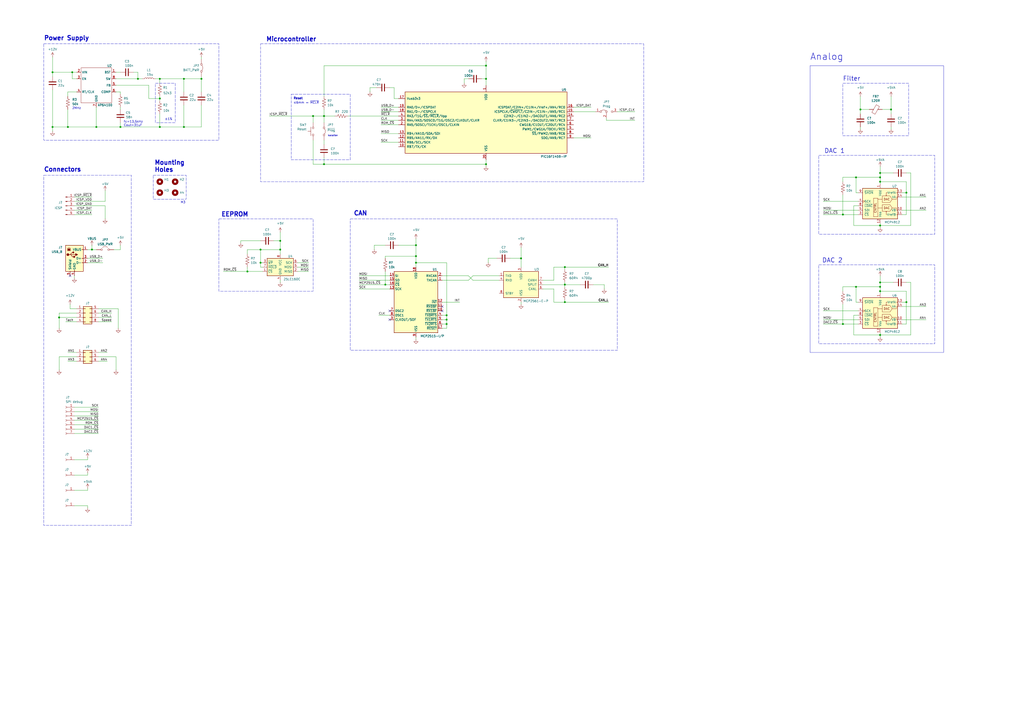
<source format=kicad_sch>
(kicad_sch (version 20250114) (generator "eeschema") (generator_version "9.0")
  (paper "A2")
  (rectangle (start 488.95 48.26) (end 527.05 78.74) (stroke (width 0) (type dash)))
  (rectangle (start 25.4 25.4) (end 127 81.28) (stroke (width 0) (type dash)))
  (rectangle (start 127 127) (end 181.61 168.91) (stroke (width 0) (type dash)))
  (rectangle (start 88.9 101.5999) (end 107.95 115.5699) (stroke (width 0) (type dash)))
  (rectangle (start 90.17 48.26) (end 101.6 71.12) (stroke (width 0) (type dash)))
  (rectangle (start 168.91 54.61) (end 203.2 92.71) (stroke (width 0) (type dash)))
  (rectangle (start 474.98 153.67) (end 542.29 199.39) (stroke (width 0) (type dash)))
  (rectangle (start 203.2 127) (end 358.14 203.2) (stroke (width 0) (type dash)))
  (rectangle (start 25.4 101.6) (end 76.2 304.8) (stroke (width 0) (type dash)))
  (rectangle (start 474.98 90.17) (end 542.29 135.89) (stroke (width 0) (type dash)))
  (rectangle (start 151.13 25.4) (end 373.38 105.41) (stroke (width 0) (type dash)))
  (rectangle (start 469.9 38.1) (end 547.37 204.47))
  (text "Connectors" (at 25.4 98.425 0) (effects (font (size 2.54 2.54) (thickness 0.508) (bold yes)) (justify left)))
  (text "Power Supply" (at 25.4 22.225 0) (effects (font (size 2.54 2.54) (thickness 0.508) (bold yes)) (justify left)))
  (text "CAN" (at 205.105 123.825 0) (effects (font (size 2.54 2.54) (thickness 0.508) (bold yes)) (justify left)))
  (text "2MHz\n" (at 44.45 62.865 0) (effects (font (size 1.27 1.27))))
  (text "±1%" (at 97.79 69.215 0) (effects (font (size 1.27 1.27))))
  (text "Reset" (at 170.18 57.15 0) (effects (font (size 1.27 1.27) (thickness 0.254) (bold yes)) (justify left)))
  (text "fc=13.5kHz\nCout=31uF" (at 71.755 71.755 0) (effects (font (size 1.27 1.27)) (justify left)))
  (text "Mounting\nHoles" (at 89.535 96.5199 0) (effects (font (size 2.54 2.54) (thickness 0.508) (bold yes)) (justify left)))
  (text "Filter\n" (at 494.03 45.72 0) (effects (font (size 2.54 2.54) (thickness 0.254) (bold yes))))
  (text "M3\n" (at 104.775 117.4749 0) (effects (font (size 1.27 1.27)) (justify left)))
  (text "EEPROM" (at 128.27 124.46 0) (effects (font (size 2.54 2.54) (thickness 0.508) (bold yes)) (justify left)))
  (text "≤6mm ↔ ~{MCLR}" (at 170.18 59.69 0) (effects (font (size 1.27 1.27)) (justify left)))
  (text "DAC 1" (at 478.155 87.63 0) (effects (font (size 2.54 2.54) (thickness 0.254) (bold yes)) (justify left)))
  (text "Microcontroller" (at 154.305 22.86 0) (effects (font (size 2.54 2.54) (thickness 0.508) (bold yes)) (justify left)))
  (text "Analog" (at 469.9 33.02 0) (effects (font (size 3.81 3.81) (thickness 0.254) (bold yes)) (justify left)))
  (text "Isolation" (at 193.04 78.74 0) (effects (font (size 0.889 0.889))))
  (text "DAC 2" (at 476.885 151.13 0) (effects (font (size 2.54 2.54) (thickness 0.254) (bold yes)) (justify left)))
  (junction (at 510.54 166.37))
  (junction (at 106.68 45.72))
  (junction (at 510.54 168.91))
  (junction (at 162.56 144.78))
  (junction (at 510.54 100.33))
  (junction (at 55.88 73.66))
  (junction (at 39.37 73.66))
  (junction (at 106.68 73.66))
  (junction (at 259.08 185.42))
  (junction (at 499.11 63.5))
  (junction (at 34.29 184.15))
  (junction (at 496.57 166.37))
  (junction (at 162.56 139.7))
  (junction (at 525.78 111.76))
  (junction (at 488.95 187.96))
  (junction (at 92.71 73.66))
  (junction (at 281.94 38.1))
  (junction (at 116.84 45.72))
  (junction (at 259.08 182.88))
  (junction (at 327.66 165.1))
  (junction (at 281.94 45.72))
  (junction (at 53.34 144.78))
  (junction (at 488.95 124.46))
  (junction (at 510.54 130.81))
  (junction (at 281.94 95.25))
  (junction (at 30.48 41.91))
  (junction (at 241.3 142.24))
  (junction (at 516.89 63.5))
  (junction (at 80.01 45.72))
  (junction (at 187.96 67.31))
  (junction (at 510.54 102.87))
  (junction (at 510.54 194.31))
  (junction (at 92.71 57.15))
  (junction (at 525.78 175.26))
  (junction (at 30.48 73.66))
  (junction (at 92.71 45.72))
  (junction (at 241.3 152.4))
  (junction (at 327.66 175.26))
  (junction (at 302.26 149.86))
  (junction (at 327.66 154.94))
  (junction (at 151.13 152.4))
  (junction (at 41.91 41.91))
  (junction (at 510.54 163.83))
  (junction (at 143.51 157.48))
  (junction (at 241.3 148.59))
  (junction (at 496.57 102.87))
  (junction (at 223.52 165.1))
  (junction (at 151.13 144.78))
  (junction (at 510.54 105.41))
  (junction (at 69.85 73.66))
  (junction (at 187.96 95.25))
  (junction (at 181.61 67.31))
  (junction (at 259.08 187.96))
  (no_connect (at 40.64 160.02))
  (no_connect (at 256.54 177.8))
  (no_connect (at 226.06 185.42))
  (no_connect (at 226.06 180.34))
  (no_connect (at 256.54 180.34))
  (wire (pts (xy 256.54 162.56) (xy 271.78 162.56)))
  (wire (pts (xy 187.96 95.25) (xy 187.96 91.44)))
  (wire (pts (xy 241.3 142.24) (xy 241.3 148.59)))
  (wire (pts (xy 50.8 293.37) (xy 50.8 294.64)))
  (wire (pts (xy 44.45 184.15) (xy 34.29 184.15)))
  (wire (pts (xy 57.15 181.61) (xy 64.77 181.61)))
  (wire (pts (xy 106.68 45.72) (xy 116.84 45.72)))
  (wire (pts (xy 495.3 182.88) (xy 497.84 182.88)))
  (wire (pts (xy 44.45 207.01) (xy 34.29 207.01)))
  (wire (pts (xy 259.08 187.96) (xy 259.08 185.42)))
  (wire (pts (xy 495.3 119.38) (xy 497.84 119.38)))
  (wire (pts (xy 187.96 38.1) (xy 281.94 38.1)))
  (wire (pts (xy 256.54 187.96) (xy 259.08 187.96)))
  (wire (pts (xy 44.45 41.91) (xy 41.91 41.91)))
  (wire (pts (xy 332.74 80.01) (xy 342.9 80.01)))
  (wire (pts (xy 53.34 142.24) (xy 53.34 144.78)))
  (wire (pts (xy 510.54 168.91) (xy 510.54 170.18)))
  (wire (pts (xy 241.3 195.58) (xy 241.3 196.85)))
  (wire (pts (xy 60.96 116.84) (xy 60.96 110.49)))
  (wire (pts (xy 67.31 53.34) (xy 69.85 53.34)))
  (wire (pts (xy 80.01 45.72) (xy 82.55 45.72)))
  (wire (pts (xy 50.8 149.86) (xy 59.69 149.86)))
  (wire (pts (xy 152.4 152.4) (xy 151.13 152.4)))
  (wire (pts (xy 288.29 149.86) (xy 283.21 149.86)))
  (wire (pts (xy 496.57 175.26) (xy 496.57 166.37)))
  (wire (pts (xy 321.31 175.26) (xy 321.31 167.64)))
  (wire (pts (xy 488.95 187.96) (xy 497.84 187.96)))
  (wire (pts (xy 143.51 144.78) (xy 151.13 144.78)))
  (wire (pts (xy 92.71 73.66) (xy 106.68 73.66)))
  (wire (pts (xy 187.96 38.1) (xy 187.96 55.88)))
  (wire (pts (xy 351.79 69.85) (xy 368.3 69.85)))
  (wire (pts (xy 523.24 124.46) (xy 525.78 124.46)))
  (wire (pts (xy 44.45 53.34) (xy 39.37 53.34)))
  (wire (pts (xy 477.52 180.34) (xy 497.84 180.34)))
  (wire (pts (xy 510.54 193.04) (xy 510.54 194.31)))
  (wire (pts (xy 516.89 66.04) (xy 516.89 63.5)))
  (wire (pts (xy 259.08 185.42) (xy 259.08 182.88)))
  (wire (pts (xy 510.54 194.31) (xy 510.54 195.58)))
  (wire (pts (xy 525.78 168.91) (xy 510.54 168.91)))
  (wire (pts (xy 69.85 53.34) (xy 69.85 54.61)))
  (wire (pts (xy 66.04 144.78) (xy 69.85 144.78)))
  (wire (pts (xy 223.52 165.1) (xy 223.52 157.48)))
  (wire (pts (xy 57.15 207.01) (xy 67.31 207.01)))
  (wire (pts (xy 34.29 184.15) (xy 34.29 190.5)))
  (wire (pts (xy 44.45 181.61) (xy 34.29 181.61)))
  (wire (pts (xy 43.18 243.84) (xy 57.15 243.84)))
  (wire (pts (xy 344.17 165.1) (xy 350.52 165.1)))
  (wire (pts (xy 220.98 82.55) (xy 231.14 82.55)))
  (wire (pts (xy 495.3 130.81) (xy 510.54 130.81)))
  (wire (pts (xy 523.24 177.8) (xy 537.21 177.8)))
  (wire (pts (xy 528.32 130.81) (xy 510.54 130.81)))
  (wire (pts (xy 208.28 165.1) (xy 223.52 165.1)))
  (wire (pts (xy 43.18 246.38) (xy 57.15 246.38)))
  (wire (pts (xy 497.84 111.76) (xy 496.57 111.76)))
  (wire (pts (xy 523.24 114.3) (xy 537.21 114.3)))
  (wire (pts (xy 30.48 41.91) (xy 30.48 44.45)))
  (wire (pts (xy 220.98 69.85) (xy 231.14 69.85)))
  (wire (pts (xy 208.28 160.02) (xy 226.06 160.02)))
  (wire (pts (xy 525.78 105.41) (xy 525.78 111.76)))
  (wire (pts (xy 496.57 102.87) (xy 510.54 102.87)))
  (wire (pts (xy 496.57 111.76) (xy 496.57 102.87)))
  (wire (pts (xy 525.78 168.91) (xy 525.78 175.26)))
  (wire (pts (xy 219.71 182.88) (xy 226.06 182.88)))
  (wire (pts (xy 327.66 165.1) (xy 327.66 166.37)))
  (wire (pts (xy 477.52 185.42) (xy 497.84 185.42)))
  (wire (pts (xy 321.31 154.94) (xy 321.31 162.56)))
  (wire (pts (xy 39.37 53.34) (xy 39.37 55.88)))
  (wire (pts (xy 499.11 63.5) (xy 504.19 63.5)))
  (wire (pts (xy 92.71 66.04) (xy 92.71 73.66)))
  (wire (pts (xy 57.15 179.07) (xy 68.58 179.07)))
  (wire (pts (xy 143.51 147.32) (xy 143.51 144.78)))
  (wire (pts (xy 332.74 62.23) (xy 342.9 62.23)))
  (wire (pts (xy 281.94 45.72) (xy 279.4 45.72)))
  (wire (pts (xy 281.94 49.53) (xy 281.94 45.72)))
  (wire (pts (xy 241.3 148.59) (xy 241.3 152.4)))
  (wire (pts (xy 156.21 67.31) (xy 181.61 67.31)))
  (wire (pts (xy 510.54 163.83) (xy 510.54 166.37)))
  (wire (pts (xy 68.58 179.07) (xy 68.58 190.5)))
  (wire (pts (xy 495.3 130.81) (xy 495.3 119.38)))
  (wire (pts (xy 523.24 185.42) (xy 537.21 185.42)))
  (wire (pts (xy 39.37 63.5) (xy 39.37 73.66)))
  (wire (pts (xy 50.8 284.48) (xy 50.8 283.21)))
  (wire (pts (xy 43.18 114.3) (xy 53.34 114.3)))
  (wire (pts (xy 217.17 142.24) (xy 217.17 144.78)))
  (wire (pts (xy 92.71 45.72) (xy 92.71 48.26)))
  (wire (pts (xy 57.15 209.55) (xy 62.23 209.55)))
  (wire (pts (xy 510.54 160.02) (xy 510.54 163.83)))
  (wire (pts (xy 528.32 163.83) (xy 528.32 194.31)))
  (wire (pts (xy 60.96 119.38) (xy 60.96 127)))
  (wire (pts (xy 231.14 57.15) (xy 228.6 57.15)))
  (wire (pts (xy 528.32 100.33) (xy 528.32 130.81)))
  (wire (pts (xy 151.13 154.94) (xy 151.13 152.4)))
  (wire (pts (xy 525.78 105.41) (xy 510.54 105.41)))
  (wire (pts (xy 151.13 144.78) (xy 162.56 144.78)))
  (wire (pts (xy 327.66 165.1) (xy 336.55 165.1)))
  (wire (pts (xy 143.51 157.48) (xy 143.51 154.94)))
  (wire (pts (xy 67.31 207.01) (xy 67.31 214.63)))
  (wire (pts (xy 516.89 73.66) (xy 516.89 74.93)))
  (wire (pts (xy 162.56 139.7) (xy 162.56 144.78)))
  (wire (pts (xy 172.72 157.48) (xy 179.07 157.48)))
  (wire (pts (xy 106.68 73.66) (xy 116.84 73.66)))
  (wire (pts (xy 327.66 154.94) (xy 353.06 154.94)))
  (wire (pts (xy 228.6 50.8) (xy 226.06 50.8)))
  (wire (pts (xy 50.8 275.59) (xy 50.8 274.32)))
  (wire (pts (xy 327.66 175.26) (xy 353.06 175.26)))
  (wire (pts (xy 116.84 60.96) (xy 116.84 73.66)))
  (wire (pts (xy 55.88 62.23) (xy 55.88 73.66)))
  (wire (pts (xy 332.74 64.77) (xy 345.44 64.77)))
  (wire (pts (xy 295.91 149.86) (xy 302.26 149.86)))
  (wire (pts (xy 41.91 45.72) (xy 41.91 41.91)))
  (wire (pts (xy 223.52 149.86) (xy 223.52 148.59)))
  (wire (pts (xy 228.6 57.15) (xy 228.6 50.8)))
  (wire (pts (xy 327.66 173.99) (xy 327.66 175.26)))
  (wire (pts (xy 214.63 50.8) (xy 214.63 53.34)))
  (wire (pts (xy 30.48 73.66) (xy 30.48 76.2)))
  (wire (pts (xy 488.95 102.87) (xy 496.57 102.87)))
  (wire (pts (xy 314.96 165.1) (xy 327.66 165.1)))
  (wire (pts (xy 44.45 179.07) (xy 40.64 179.07)))
  (wire (pts (xy 283.21 149.86) (xy 283.21 152.4)))
  (wire (pts (xy 39.37 204.47) (xy 44.45 204.47)))
  (wire (pts (xy 181.61 67.31) (xy 181.61 71.12)))
  (wire (pts (xy 92.71 57.15) (xy 86.36 57.15)))
  (wire (pts (xy 259.08 152.4) (xy 259.08 182.88)))
  (wire (pts (xy 38.1 186.69) (xy 44.45 186.69)))
  (wire (pts (xy 92.71 45.72) (xy 106.68 45.72)))
  (wire (pts (xy 43.18 251.46) (xy 57.15 251.46)))
  (wire (pts (xy 57.15 184.15) (xy 64.77 184.15)))
  (wire (pts (xy 187.96 81.28) (xy 187.96 83.82)))
  (wire (pts (xy 259.08 152.4) (xy 241.3 152.4)))
  (wire (pts (xy 86.36 49.53) (xy 67.31 49.53)))
  (wire (pts (xy 510.54 105.41) (xy 510.54 106.68)))
  (wire (pts (xy 57.15 186.69) (xy 64.77 186.69)))
  (wire (pts (xy 40.64 179.07) (xy 40.64 176.53)))
  (wire (pts (xy 220.98 77.47) (xy 231.14 77.47)))
  (wire (pts (xy 226.06 165.1) (xy 223.52 165.1)))
  (wire (pts (xy 30.48 33.02) (xy 30.48 41.91)))
  (wire (pts (xy 181.61 67.31) (xy 187.96 67.31)))
  (wire (pts (xy 528.32 194.31) (xy 510.54 194.31)))
  (wire (pts (xy 223.52 148.59) (xy 241.3 148.59)))
  (wire (pts (xy 92.71 57.15) (xy 92.71 58.42)))
  (wire (pts (xy 525.78 175.26) (xy 525.78 187.96)))
  (wire (pts (xy 510.54 96.52) (xy 510.54 100.33)))
  (wire (pts (xy 50.8 144.78) (xy 53.34 144.78)))
  (wire (pts (xy 256.54 190.5) (xy 259.08 190.5)))
  (wire (pts (xy 129.54 157.48) (xy 143.51 157.48)))
  (wire (pts (xy 321.31 167.64) (xy 314.96 167.64)))
  (wire (pts (xy 495.3 194.31) (xy 510.54 194.31)))
  (wire (pts (xy 218.44 50.8) (xy 214.63 50.8)))
  (wire (pts (xy 281.94 95.25) (xy 281.94 96.52)))
  (wire (pts (xy 358.14 64.77) (xy 368.3 64.77)))
  (wire (pts (xy 499.11 55.88) (xy 499.11 63.5)))
  (wire (pts (xy 55.88 73.66) (xy 39.37 73.66)))
  (wire (pts (xy 510.54 100.33) (xy 518.16 100.33)))
  (wire (pts (xy 43.18 241.3) (xy 57.15 241.3)))
  (wire (pts (xy 516.89 55.88) (xy 516.89 63.5)))
  (wire (pts (xy 43.18 238.76) (xy 57.15 238.76)))
  (wire (pts (xy 510.54 166.37) (xy 510.54 168.91)))
  (wire (pts (xy 488.95 168.91) (xy 488.95 166.37)))
  (wire (pts (xy 201.93 67.31) (xy 231.14 67.31)))
  (wire (pts (xy 106.68 45.72) (xy 106.68 53.34)))
  (wire (pts (xy 523.24 175.26) (xy 525.78 175.26)))
  (wire (pts (xy 181.61 81.28) (xy 181.61 95.25)))
  (wire (pts (xy 92.71 73.66) (xy 69.85 73.66)))
  (wire (pts (xy 43.18 275.59) (xy 50.8 275.59)))
  (wire (pts (xy 488.95 166.37) (xy 496.57 166.37)))
  (wire (pts (xy 220.98 64.77) (xy 231.14 64.77)))
  (wire (pts (xy 488.95 124.46) (xy 497.84 124.46)))
  (wire (pts (xy 69.85 62.23) (xy 69.85 63.5)))
  (wire (pts (xy 172.72 154.94) (xy 179.07 154.94)))
  (wire (pts (xy 510.54 102.87) (xy 510.54 105.41)))
  (wire (pts (xy 57.15 204.47) (xy 62.23 204.47)))
  (wire (pts (xy 44.45 45.72) (xy 41.91 45.72)))
  (wire (pts (xy 496.57 166.37) (xy 510.54 166.37)))
  (wire (pts (xy 77.47 41.91) (xy 80.01 41.91)))
  (wire (pts (xy 274.32 160.02) (xy 271.78 162.56)))
  (wire (pts (xy 39.37 209.55) (xy 44.45 209.55)))
  (wire (pts (xy 90.17 45.72) (xy 92.71 45.72)))
  (wire (pts (xy 327.66 163.83) (xy 327.66 165.1)))
  (wire (pts (xy 488.95 113.03) (xy 488.95 124.46)))
  (wire (pts (xy 269.24 45.72) (xy 271.78 45.72)))
  (wire (pts (xy 162.56 162.56) (xy 162.56 163.83)))
  (wire (pts (xy 34.29 207.01) (xy 34.29 214.63)))
  (wire (pts (xy 256.54 182.88) (xy 259.08 182.88)))
  (wire (pts (xy 162.56 144.78) (xy 162.56 147.32)))
  (wire (pts (xy 151.13 144.78) (xy 151.13 152.4)))
  (wire (pts (xy 510.54 130.81) (xy 510.54 132.08)))
  (wire (pts (xy 92.71 55.88) (xy 92.71 57.15)))
  (wire (pts (xy 281.94 92.71) (xy 281.94 95.25)))
  (wire (pts (xy 116.84 45.72) (xy 116.84 53.34)))
  (wire (pts (xy 477.52 187.96) (xy 488.95 187.96)))
  (wire (pts (xy 67.31 45.72) (xy 80.01 45.72)))
  (wire (pts (xy 43.18 248.92) (xy 57.15 248.92)))
  (wire (pts (xy 495.3 194.31) (xy 495.3 182.88)))
  (wire (pts (xy 34.29 181.61) (xy 34.29 184.15)))
  (wire (pts (xy 80.01 41.91) (xy 80.01 45.72)))
  (wire (pts (xy 208.28 167.64) (xy 226.06 167.64)))
  (wire (pts (xy 50.8 266.7) (xy 50.8 265.43)))
  (wire (pts (xy 43.18 284.48) (xy 50.8 284.48)))
  (wire (pts (xy 69.85 73.66) (xy 55.88 73.66)))
  (wire (pts (xy 158.75 139.7) (xy 162.56 139.7)))
  (wire (pts (xy 220.98 72.39) (xy 231.14 72.39)))
  (wire (pts (xy 67.31 41.91) (xy 69.85 41.91)))
  (wire (pts (xy 162.56 134.62) (xy 162.56 139.7)))
  (wire (pts (xy 187.96 95.25) (xy 281.94 95.25)))
  (wire (pts (xy 69.85 71.12) (xy 69.85 73.66)))
  (wire (pts (xy 525.78 100.33) (xy 528.32 100.33)))
  (wire (pts (xy 223.52 142.24) (xy 217.17 142.24)))
  (wire (pts (xy 327.66 154.94) (xy 321.31 154.94)))
  (wire (pts (xy 327.66 175.26) (xy 321.31 175.26)))
  (wire (pts (xy 241.3 138.43) (xy 241.3 142.24)))
  (wire (pts (xy 510.54 100.33) (xy 510.54 102.87)))
  (wire (pts (xy 43.18 116.84) (xy 60.96 116.84)))
  (wire (pts (xy 187.96 67.31) (xy 194.31 67.31)))
  (wire (pts (xy 523.24 111.76) (xy 525.78 111.76)))
  (wire (pts (xy 50.8 152.4) (xy 59.69 152.4)))
  (wire (pts (xy 30.48 52.07) (xy 30.48 73.66)))
  (wire (pts (xy 43.18 119.38) (xy 60.96 119.38)))
  (wire (pts (xy 187.96 67.31) (xy 187.96 71.12)))
  (wire (pts (xy 499.11 73.66) (xy 499.11 74.93)))
  (wire (pts (xy 241.3 152.4) (xy 241.3 154.94)))
  (wire (pts (xy 181.61 95.25) (xy 187.96 95.25)))
  (wire (pts (xy 172.72 152.4) (xy 179.07 152.4)))
  (wire (pts (xy 321.31 162.56) (xy 314.96 162.56)))
  (wire (pts (xy 106.68 60.96) (xy 106.68 73.66)))
  (wire (pts (xy 116.84 44.45) (xy 116.84 45.72)))
  (wire (pts (xy 41.91 41.91) (xy 30.48 41.91)))
  (wire (pts (xy 43.18 124.46) (xy 53.34 124.46)))
  (wire (pts (xy 43.18 160.02) (xy 43.18 161.29)))
  (wire (pts (xy 152.4 154.94) (xy 151.13 154.94)))
  (wire (pts (xy 43.18 293.37) (xy 50.8 293.37)))
  (wire (pts (xy 523.24 121.92) (xy 537.21 121.92)))
  (wire (pts (xy 231.14 142.24) (xy 241.3 142.24)))
  (wire (pts (xy 516.89 63.5) (xy 511.81 63.5)))
  (wire (pts (xy 256.54 160.02) (xy 271.78 160.02)))
  (wire (pts (xy 488.95 105.41) (xy 488.95 102.87)))
  (wire (pts (xy 488.95 176.53) (xy 488.95 187.96)))
  (wire (pts (xy 269.24 48.26) (xy 269.24 45.72)))
  (wire (pts (xy 327.66 156.21) (xy 327.66 154.94)))
  (wire (pts (xy 499.11 63.5) (xy 499.11 66.04)))
  (wire (pts (xy 302.26 175.26) (xy 302.26 176.53)))
  (wire (pts (xy 523.24 187.96) (xy 525.78 187.96)))
  (wire (pts (xy 43.18 236.22) (xy 57.15 236.22)))
  (wire (pts (xy 350.52 165.1) (xy 350.52 167.64)))
  (wire (pts (xy 477.52 124.46) (xy 488.95 124.46)))
  (wire (pts (xy 139.7 139.7) (xy 139.7 140.97)))
  (wire (pts (xy 86.36 57.15) (xy 86.36 49.53)))
  (wire (pts (xy 139.7 139.7) (xy 151.13 139.7)))
  (wire (pts (xy 497.84 175.26) (xy 496.57 175.26)))
  (wire (pts (xy 351.79 68.58) (xy 351.79 69.85)))
  (wire (pts (xy 281.94 38.1) (xy 281.94 45.72)))
  (wire (pts (xy 302.26 143.51) (xy 302.26 149.86)))
  (wire (pts (xy 152.4 157.48) (xy 143.51 157.48)))
  (wire (pts (xy 259.08 190.5) (xy 259.08 187.96)))
  (wire (pts (xy 39.37 73.66) (xy 30.48 73.66)))
  (wire (pts (xy 525.78 163.83) (xy 528.32 163.83)))
  (wire (pts (xy 510.54 163.83) (xy 518.16 163.83)))
  (wire (pts (xy 53.34 144.78) (xy 55.88 144.78)))
  (wire (pts (xy 116.84 33.02) (xy 116.84 34.29)))
  (wire (pts (xy 477.52 121.92) (xy 497.84 121.92)))
  (wire (pts (xy 281.94 35.56) (xy 281.94 38.1)))
  (wire (pts (xy 256.54 175.26) (xy 266.7 175.26)))
  (wire (pts (xy 256.54 185.42) (xy 259.08 185.42)))
  (wire (pts (xy 510.54 129.54) (xy 510.54 130.81)))
  (wire (pts (xy 43.18 266.7) (xy 50.8 266.7)))
  (wire (pts (xy 220.98 62.23) (xy 231.14 62.23)))
  (wire (pts (xy 274.32 162.56) (xy 289.56 162.56)))
  (wire (pts (xy 477.52 116.84) (xy 497.84 116.84)))
  (wire (pts (xy 208.28 162.56) (xy 226.06 162.56)))
  (wire (pts (xy 274.32 160.02) (xy 289.56 160.02)))
  (wire (pts (xy 69.85 144.78) (xy 69.85 142.24)))
  (wire (pts (xy 271.78 160.02) (xy 274.32 162.56)))
  (wire (pts (xy 525.78 111.76) (xy 525.78 124.46)))
  (wire (pts (xy 187.96 63.5) (xy 187.96 67.31)))
  (wire (pts (xy 43.18 121.92) (xy 53.34 121.92)))
  (wire (pts (xy 302.26 149.86) (xy 302.26 154.94)))
  (label "DAC1_~{CS}" (at 477.52 124.46 0))
  (label "MISO" (at 57.15 241.3 180))
  (label "CAN_H" (at 353.06 154.94 180) (effects (font (thickness 0.254) (bold yes))))
  (label "SCK" (at 179.07 152.4 180) (effects (font (thickness 0.1588))))
  (label "Speed" (at 64.77 186.69 180) (effects (font (thickness 0.1588))))
  (label "CLK" (at 220.98 69.85 0))
  (label "MOSI" (at 342.9 80.01 180) (effects (font (thickness 0.1588))))
  (label "ICSP_DAT" (at 342.9 62.23 180))
  (label "CAN_L" (at 64.77 184.15 180))
  (label "ROM_~{CS}" (at 129.54 157.48 0) (effects (font (thickness 0.1588))))
  (label "MOSI" (at 208.28 160.02 0) (effects (font (thickness 0.1588))))
  (label "AN3" (at 39.37 209.55 0) (effects (font (thickness 0.1588))))
  (label "AN1" (at 537.21 114.3 180))
  (label "MCP2515_~{CS}" (at 57.15 243.84 180))
  (label "INT" (at 368.3 69.85 180))
  (label "CLK" (at 219.71 182.88 0))
  (label "MISO" (at 179.07 157.48 180) (effects (font (thickness 0.1588))))
  (label "INT" (at 266.7 175.26 180) (effects (font (thickness 0.1588))))
  (label "MOSI" (at 179.07 154.94 180) (effects (font (thickness 0.1588))))
  (label "ICSP_CLK" (at 53.34 124.46 180))
  (label "AN2" (at 62.23 204.47 180) (effects (font (thickness 0.1588))))
  (label "SCK" (at 220.98 82.55 0) (effects (font (thickness 0.1588))))
  (label "Tach" (at 38.1 186.69 0) (effects (font (thickness 0.1588))))
  (label "MCP2515_~{CS}" (at 208.28 165.1 0) (effects (font (thickness 0.1588))))
  (label "ICSP_CLK" (at 368.3 64.77 180))
  (label "USB_D+" (at 220.98 62.23 0))
  (label "SCK" (at 477.52 180.34 0) (effects (font (thickness 0.1588))))
  (label "ROM_~{CS}" (at 57.15 246.38 180))
  (label "AN1" (at 39.37 204.47 0) (effects (font (thickness 0.1588))))
  (label "USB_D-" (at 220.98 64.77 0))
  (label "SCK" (at 57.15 236.22 180))
  (label "AN4" (at 62.23 209.55 180) (effects (font (thickness 0.1588))))
  (label "MOSI" (at 477.52 121.92 0))
  (label "AN4" (at 537.21 185.42 180))
  (label "MISO" (at 208.28 162.56 0) (effects (font (thickness 0.1588))))
  (label "DAC1_~{CS}" (at 57.15 248.92 180))
  (label "MOSI" (at 57.15 238.76 180))
  (label "~{MCLR}" (at 220.98 67.31 0))
  (label "AN3" (at 537.21 177.8 180))
  (label "DAC2_~{CS}" (at 57.15 251.46 180))
  (label "USB_D-" (at 59.69 152.4 180))
  (label "ICSP_VDD" (at 53.34 116.84 180))
  (label "AN2" (at 537.21 121.92 180))
  (label "USB_D+" (at 59.69 149.86 180))
  (label "SCK" (at 208.28 167.64 0) (effects (font (thickness 0.1588))))
  (label "ICSP_GND" (at 53.34 119.38 180))
  (label "ROM_~{CS}" (at 220.98 72.39 0))
  (label "ICSP_DAT" (at 53.34 121.92 180))
  (label "ICSP_~{MCLR}" (at 53.34 114.3 180))
  (label "MISO" (at 220.98 77.47 0) (effects (font (thickness 0.1588))))
  (label "ICSP_~{MCLR}" (at 156.21 67.31 0))
  (label "MOSI" (at 477.52 185.42 0))
  (label "CAN_L" (at 353.06 175.26 180) (effects (font (thickness 0.254) (bold yes))))
  (label "SCK" (at 477.52 116.84 0) (effects (font (thickness 0.1588))))
  (label "DAC2_~{CS}" (at 477.52 187.96 0))
  (label "CAN_H" (at 64.77 181.61 180) (effects (font (thickness 0.1588))))
  (symbol (lib_id "power:GND") (at 241.3 196.85 0) (unit 1)
    (property "Reference" "#PWR028" (effects (hide yes)))
    (property "Value" "GND" (effects (hide yes)))
    (property "Description" "Power symbol creates a global label with name \"GND\" , ground" (effects (hide yes)))
  )
  (symbol (lib_id "Connector:USB_B") (at 43.18 149.86 0) (unit 1)
    (property "Reference" "J?" (at 36.195 143.51 0) (effects (justify right)))
    (property "Value" "USB_B" (at 36.195 146.05 0) (effects (justify right)))
    (property "Description" "USB Type B connector" (effects (hide yes)))
  )
  (symbol (lib_id "Device:C") (at 340.36 165.1 90) (unit 1)
    (property "Reference" "C?" (at 340.36 158.75 90))
    (property "Value" "4700p" (at 340.36 161.29 90))
    (property "Description" "Unpolarized capacitor" (effects (hide yes)))
  )
  (symbol (lib_id "power:GND") (at 50.8 294.64 0) (unit 1)
    (property "Reference" "#PWR039" (effects (hide yes)))
    (property "Value" "GND" (effects (hide yes)))
    (property "Description" "Power symbol creates a global label with name \"GND\" , ground" (effects (hide yes)))
  )
  (symbol (lib_id "Jumper:Jumper_2_Bridged") (at 116.84 39.37 270) (mirror x) (unit 1)
    (property "Reference" "JP?" (at 115.57 38.0999 90) (effects (justify right)))
    (property "Value" "BATT_PWR" (at 115.57 40.6399 90) (effects (justify right)))
    (property "Description" "Jumper, 2-pole, closed/bridged" (effects (hide yes)))
  )
  (symbol (lib_id "power:+12V") (at 40.64 176.53 0) (unit 1)
    (property "Reference" "#PWR029" (effects (hide yes)))
    (property "Value" "+12V" (at 40.64 171.45 0))
    (property "Description" "Power symbol creates a global label with name \"+12V\"" (effects (hide yes)))
  )
  (symbol (lib_id "power:GND") (at 68.58 190.5 0) (unit 1)
    (property "Reference" "#PWR033" (effects (hide yes)))
    (property "Value" "GND" (effects (hide yes)))
    (property "Description" "Power symbol creates a global label with name \"GND\" , ground" (effects (hide yes)))
  )
  (symbol (lib_id "Device:C") (at 154.94 139.7 90) (unit 1)
    (property "Reference" "C?" (at 154.94 133.35 90))
    (property "Value" "100n" (at 154.94 135.89 90))
    (property "Description" "Unpolarized capacitor" (effects (hide yes)))
  )
  (symbol (lib_id "Jumper:Jumper_2_Bridged") (at 187.96 76.2 270) (mirror x) (unit 1)
    (property "Reference" "JP?" (at 189.865 72.39 90) (effects (justify left)))
    (property "Value" "~{Prog}" (at 189.865 75.565 90) (effects (justify left)))
    (property "Description" "Jumper, 2-pole, closed/bridged" (effects (hide yes)))
  )
  (symbol (lib_id "Device:C") (at 292.1 149.86 90) (unit 1)
    (property "Reference" "C?" (at 292.1 143.51 90))
    (property "Value" "100n" (at 292.1 146.05 90))
    (property "Description" "Unpolarized capacitor" (effects (hide yes)))
  )
  (symbol (lib_id "Device:C") (at 106.68 57.15 180) (unit 1)
    (property "Reference" "C2" (at 111.125 55.245 0))
    (property "Value" "22u" (at 111.76 57.785 0))
    (property "Description" "Unpolarized capacitor" (effects (hide yes)))
  )
  (symbol (lib_id "Device:C") (at 30.48 48.26 0) (unit 1)
    (property "Reference" "C1" (at 34.925 46.99 0))
    (property "Value" "22u" (at 35.56 49.53 0))
    (property "Description" "Unpolarized capacitor" (effects (hide yes)))
  )
  (symbol (lib_id "Memory_EEPROM:25LCxxx") (at 162.56 154.94 0) (unit 1)
    (property "Reference" "U4" (at 167.005 148.59 0) (effects (justify left)))
    (property "Value" "25LC160C" (at 164.465 161.925 0) (effects (justify left)))
    (property "Datasheet" "http://ww1.microchip.com/downloads/en/DeviceDoc/21832H.pdf" (effects (hide yes)))
    (property "Description" "SPI Serial EEPROM, DIP-8/SOIC-8/TSSOP-8" (effects (hide yes)))
  )
  (symbol (lib_id "Jumper:Jumper_3_Bridged12") (at 351.79 64.77 0) (unit 1) (in_bom no)
    (property "Reference" "JP?" (at 351.79 59.055 0))
    (property "Value" "Prog" (at 351.79 61.595 0))
    (property "Description" "Jumper, 3-pole, pins 1+2 closed/bridged" (effects (hide yes)))
  )
  (symbol (lib_id "power:GND") (at 510.54 132.08 0) (unit 1)
    (property "Reference" "#PWR017" (effects (hide yes)))
    (property "Value" "GND" (effects (hide yes)))
    (property "Description" "Power symbol creates a global label with name \"GND\" , ground" (effects (hide yes)))
  )
  (symbol (lib_id "power:GND") (at 510.54 195.58 0) (unit 1)
    (property "Reference" "#PWR019" (effects (hide yes)))
    (property "Value" "GND" (effects (hide yes)))
    (property "Description" "Power symbol creates a global label with name \"GND\" , ground" (effects (hide yes)))
  )
  (symbol (lib_id "power:GND") (at 281.94 96.52 0) (unit 1)
    (property "Reference" "#PWR01" (effects (hide yes)))
    (property "Value" "GND" (effects (hide yes)))
    (property "Description" "Power symbol creates a global label with name \"GND\" , ground" (effects (hide yes)))
  )
  (symbol (lib_id "Device:R_US") (at 223.52 153.67 0) (unit 1)
    (property "Reference" "R?" (at 225.425 152.4 0) (effects (justify left)))
    (property "Value" "10k" (at 225.425 154.94 0) (effects (justify left)))
    (property "Description" "Resistor, US symbol" (effects (hide yes)))
  )
  (symbol (lib_id "Device:R_US") (at 143.51 151.13 0) (unit 1)
    (property "Reference" "R?" (at 145.415 149.86 0) (effects (justify left)))
    (property "Value" "10k" (at 145.415 152.4 0) (effects (justify left)))
    (property "Description" "Resistor, US symbol" (effects (hide yes)))
  )
  (symbol (lib_id "Mechanical:MountingHole") (at 92.71 105.4099 0) (unit 1) (exclude_from_sim yes) (in_bom no)
    (property "Reference" "H1" (at 95.25 104.1398 0) (effects (justify left)))
    (property "Value" "MountingHole" (effects (hide yes)))
    (property "Footprint" "MountingHole:MountingHole_3.2mm_M3_DIN965" (effects (hide yes)))
    (property "Description" "Mounting Hole without connection" (effects (hide yes)))
  )
  (symbol (lib_id "power:GND") (at 67.31 214.63 0) (unit 1)
    (property "Reference" "#PWR035" (effects (hide yes)))
    (property "Value" "GND" (effects (hide yes)))
    (property "Description" "Power symbol creates a global label with name \"GND\" , ground" (effects (hide yes)))
  )
  (symbol (lib_id "Connector:Conn_01x07_Socket") (at 38.1 243.84 0) (mirror y) (unit 1)
    (property "Reference" "J?" (at 38.1 230.505 0) (effects (justify right)))
    (property "Value" "SPI debug" (at 38.1 233.045 0) (effects (justify right)))
    (property "Description" "Generic connector, single row, 01x07, script generated" (effects (hide yes)))
  )
  (symbol (lib_id "Jumper:Jumper_2_Open") (at 60.96 144.78 0) (unit 1)
    (property "Reference" "JP?" (at 60.96 139.065 0))
    (property "Value" "USB_PWR" (at 60.96 141.605 0))
    (property "Description" "Jumper, 2-pole, open" (effects (hide yes)))
  )
  (symbol (lib_id "Device:FerriteBead") (at 508 63.5 90) (unit 1)
    (property "Reference" "FB?" (at 507.9492 55.88 90))
    (property "Value" "120R" (at 507.9492 58.42 90))
    (property "Description" "Ferrite bead" (effects (hide yes)))
  )
  (symbol (lib_id "symbols:AP64100") (at 55.88 49.53 0) (unit 1)
    (property "Reference" "U2" (at 63.5 38.1 0))
    (property "Value" "AP64100" (at 60.96 60.96 0))
    (property "Footprint" "Package_SO:Diodes_SO-8EP" (effects (hide yes)))
    (property "Datasheet" "https://www.diodes.com/assets/Datasheets/AP64100.pdf" (effects (hide yes)))
    (property "Description" "3.8V to40V input, 1A low IQ synchronous buck with adjustable frequency" (effects (hide yes)))
  )
  (symbol (lib_id "Device:C") (at 227.33 142.24 90) (unit 1)
    (property "Reference" "C?" (at 227.33 135.89 90))
    (property "Value" "100n" (at 227.33 138.43 90))
    (property "Description" "Unpolarized capacitor" (effects (hide yes)))
  )
  (symbol (lib_id "Connector_Generic:Conn_02x04_Top_Bottom") (at 49.53 181.61 0) (unit 1)
    (property "Reference" "J?" (at 50.8 175.895 0))
    (property "Value" "Conn_02x04_Top_Bottom" (effects (hide yes)))
    (property "Footprint" "Connector_Molex:Molex_Mini-Fit_Jr_5569-08A2_2x04_P4.20mm_Horizontal" (effects (hide yes)))
    (property "Datasheet" "https://www.molex.com/en-us/products/part-detail/39300080?display=pdf" (effects (hide yes)))
    (property "Description" "Generic connector, double row, 02x04, top/bottom pin numbering scheme (row 1: 1...pins_per_row, row2: pins_per_row+1 ... num_pins), script generated (kicad-library-utils/schlib/autogen/connector/)" (effects (hide yes)))
  )
  (symbol (lib_id "Device:R_US") (at 69.85 58.42 180) (unit 1)
    (property "Reference" "R5" (at 73.025 57.15 0))
    (property "Value" "10k" (at 73.66 59.69 0))
    (property "Description" "Resistor, US symbol" (effects (hide yes)))
  )
  (symbol (lib_id "Device:R_US") (at 39.37 59.69 0) (unit 1)
    (property "Reference" "R3" (at 41.91 57.7849 0) (effects (justify left)))
    (property "Value" "50k" (at 41.91 60.3249 0) (effects (justify left)))
    (property "Description" "Resistor, US symbol" (effects (hide yes)))
  )
  (symbol (lib_id "Device:C") (at 187.96 87.63 0) (unit 1)
    (property "Reference" "C?" (at 191.77 86.3599 0) (effects (justify left)))
    (property "Value" "100n" (at 191.77 88.8999 0) (effects (justify left)))
    (property "Description" "Unpolarized capacitor" (effects (hide yes)))
  )
  (symbol (lib_id "Device:R_US") (at 92.71 62.23 180) (unit 1)
    (property "Reference" "R2" (at 95.885 60.96 0))
    (property "Value" "10k" (at 96.52 64.135 0))
    (property "Description" "Resistor, US symbol" (effects (hide yes)))
  )
  (symbol (lib_id "Interface_CAN_LIN:MCP2515-xSO") (at 241.3 175.26 0) (unit 1)
    (property "Reference" "U1" (at 250.825 156.21 0) (effects (justify left)))
    (property "Value" "MCP2515-I/P" (at 243.84 194.945 0) (effects (justify left)))
    (property "Footprint" "Package_SO:SOIC-18W_7.5x11.6mm_P1.27mm" (effects (hide yes)))
    (property "Datasheet" "http://ww1.microchip.com/downloads/en/DeviceDoc/21801e.pdf" (effects (hide yes)))
    (property "Description" "Stand-Alone CAN Controller with SPI Interface, SOIC-18" (effects (hide yes)))
  )
  (symbol (lib_id "power:+5V") (at 69.85 142.24 0) (unit 1)
    (property "Reference" "#PWR032" (effects (hide yes)))
    (property "Value" "+5V" (at 69.85 137.795 0))
    (property "Description" "Power symbol creates a global label with name \"+5V\"" (effects (hide yes)))
  )
  (symbol (lib_id "Device:C") (at 521.97 163.83 90) (unit 1)
    (property "Reference" "C8" (at 521.97 157.48 90))
    (property "Value" "100n" (at 521.97 160.02 90))
    (property "Description" "Unpolarized capacitor" (effects (hide yes)))
  )
  (symbol (lib_id "power:+5V") (at 116.84 33.02 0) (unit 1)
    (property "Reference" "#PWR06" (effects (hide yes)))
    (property "Value" "+5V" (at 116.84 28.575 0))
    (property "Description" "Power symbol creates a global label with name \"+5V\"" (effects (hide yes)))
  )
  (symbol (lib_id "power:GND") (at 499.11 74.93 0) (unit 1)
    (property "Reference" "#PWR012" (effects (hide yes)))
    (property "Value" "GND" (effects (hide yes)))
    (property "Description" "Power symbol creates a global label with name \"GND\" , ground" (effects (hide yes)))
  )
  (symbol (lib_id "Analog_DAC:MCP4912") (at 510.54 116.84 0) (unit 1)
    (property "Reference" "U?" (at 517.525 107.95 0) (effects (justify left)))
    (property "Value" "MCP4912" (at 513.08 128.905 0) (effects (justify left)))
    (property "Datasheet" "http://ww1.microchip.com/downloads/en/DeviceDoc/22250A.pdf" (effects (hide yes)))
    (property "Description" "2-Channel 10-Bit D/A Converters with SPI Interface" (effects (hide yes)))
  )
  (symbol (lib_id "Device:R_US") (at 198.12 67.31 90) (unit 1)
    (property "Reference" "R?" (at 195.58 64.77 90))
    (property "Value" "220" (at 200.025 64.77 90))
    (property "Description" "Resistor, US symbol" (effects (hide yes)))
  )
  (symbol (lib_id "Connector:Conn_01x01_Socket") (at 38.1 266.7 0) (mirror y) (unit 1)
    (property "Reference" "J?" (at 38.735 263.525 0))
    (property "Value" "Conn_01x01_Socket" (effects (hide yes)))
    (property "Description" "Generic connector, single row, 01x01, script generated" (effects (hide yes)))
  )
  (symbol (lib_id "power:GND") (at 34.29 190.5 0) (unit 1)
    (property "Reference" "#PWR030" (effects (hide yes)))
    (property "Value" "GND" (effects (hide yes)))
    (property "Description" "Power symbol creates a global label with name \"GND\" , ground" (effects (hide yes)))
  )
  (symbol (lib_id "Connector:Conn_01x01_Socket") (at 38.1 284.48 0) (mirror y) (unit 1)
    (property "Reference" "J?" (at 38.735 281.305 0))
    (property "Value" "Conn_01x01_Socket" (effects (hide yes)))
    (property "Description" "Generic connector, single row, 01x01, script generated" (effects (hide yes)))
  )
  (symbol (lib_id "power:GND") (at 43.18 161.29 0) (unit 1)
    (property "Reference" "#PWR08" (effects (hide yes)))
    (property "Value" "GND" (effects (hide yes)))
    (property "Description" "Power symbol creates a global label with name \"GND\" , ground" (effects (hide yes)))
  )
  (symbol (lib_id "power:GND") (at 350.52 167.64 0) (unit 1)
    (property "Reference" "#PWR022" (effects (hide yes)))
    (property "Value" "GND" (effects (hide yes)))
    (property "Description" "Power symbol creates a global label with name \"GND\" , ground" (effects (hide yes)))
  )
  (symbol (lib_id "Device:C") (at 73.66 41.91 270) (unit 1)
    (property "Reference" "C3" (at 73.66 35.56 90))
    (property "Value" "100n" (at 74.93 38.1 90))
    (property "Description" "Unpolarized capacitor" (effects (hide yes)))
  )
  (symbol (lib_id "power:+12V") (at 30.48 33.02 0) (unit 1)
    (property "Reference" "#PWR04" (effects (hide yes)))
    (property "Value" "+12V" (at 30.48 28.575 0))
    (property "Description" "Power symbol creates a global label with name \"+12V\"" (effects (hide yes)))
  )
  (symbol (lib_id "Connector_Generic:Conn_02x03_Top_Bottom") (at 49.53 207.01 0) (unit 1)
    (property "Reference" "J?" (at 50.8 201.295 0))
    (property "Value" "Analog" (effects (hide yes)))
    (property "Description" "Generic connector, double row, 02x03, top/bottom pin numbering scheme (row 1: 1...pins_per_row, row2: pins_per_row+1 ... num_pins), script generated (kicad-library-utils/schlib/autogen/connector/)" (effects (hide yes)))
  )
  (symbol (lib_id "Interface_CAN_LIN:MCP2561-E-P") (at 302.26 165.1 0) (unit 1)
    (property "Reference" "U3" (at 309.88 156.21 0) (effects (justify left)))
    (property "Value" "MCP2561-E-P" (at 303.53 174.625 0) (effects (justify left)))
    (property "Footprint" "Package_DIP:DIP-8_W7.62mm" (effects (hide yes)))
    (property "Datasheet" "http://ww1.microchip.com/downloads/en/DeviceDoc/25167A.pdf" (effects (hide yes)))
    (property "Description" "High-Speed CAN Transceiver, 1Mbps, 5V supply, SPLIT pin, -40C to +125C, DIP-8" (effects (hide yes)))
  )
  (symbol (lib_id "Connector:Conn_01x01_Socket") (at 38.1 293.37 0) (mirror y) (unit 1)
    (property "Reference" "J?" (at 38.735 290.195 0))
    (property "Value" "Conn_01x01_Socket" (effects (hide yes)))
    (property "Description" "Generic connector, single row, 01x01, script generated" (effects (hide yes)))
  )
  (symbol (lib_id "Mechanical:MountingHole") (at 101.6 111.7599 0) (unit 1) (exclude_from_sim yes) (in_bom no)
    (property "Reference" "H4" (at 104.14 111.7598 0) (effects (justify left)))
    (property "Value" "MountingHole" (effects (hide yes)))
    (property "Footprint" "MountingHole:MountingHole_3.2mm_M3_DIN965" (effects (hide yes)))
    (property "Description" "Mounting Hole without connection" (effects (hide yes)))
  )
  (symbol (lib_id "Device:C") (at 516.89 69.85 0) (unit 1)
    (property "Reference" "C?" (at 520.7 68.5799 0) (effects (justify left)))
    (property "Value" "100n" (at 520.7 71.1199 0) (effects (justify left)))
    (property "Description" "Unpolarized capacitor" (effects (hide yes)))
  )
  (symbol (lib_id "Device:R_US") (at 187.96 59.69 0) (unit 1)
    (property "Reference" "R?" (at 189.865 58.42 0) (effects (justify left)))
    (property "Value" "10k" (at 189.865 60.96 0) (effects (justify left)))
    (property "Description" "Resistor, US symbol" (effects (hide yes)))
  )
  (symbol (lib_id "power:+5VA") (at 510.54 160.02 0) (mirror y) (unit 1)
    (property "Reference" "#PWR018" (effects (hide yes)))
    (property "Value" "+5VA" (at 510.54 156.21 0))
    (property "Description" "Power symbol creates a global label with name \"+5VA\"" (effects (hide yes)))
  )
  (symbol (lib_id "power:GND") (at 162.56 163.83 0) (unit 1)
    (property "Reference" "#PWR011" (effects (hide yes)))
    (property "Value" "GND" (effects (hide yes)))
    (property "Description" "Power symbol creates a global label with name \"GND\" , ground" (effects (hide yes)))
  )
  (symbol (lib_id "power:GND") (at 269.24 48.26 0) (unit 1)
    (property "Reference" "#PWR03" (effects (hide yes)))
    (property "Value" "GND" (effects (hide yes)))
    (property "Description" "Power symbol creates a global label with name \"GND\" , ground" (effects (hide yes)))
  )
  (symbol (lib_id "power:GND") (at 283.21 152.4 0) (unit 1)
    (property "Reference" "#PWR024" (effects (hide yes)))
    (property "Value" "GND" (effects (hide yes)))
    (property "Description" "Power symbol creates a global label with name \"GND\" , ground" (effects (hide yes)))
  )
  (symbol (lib_id "Device:R_US") (at 327.66 170.18 0) (unit 1)
    (property "Reference" "R?" (at 330.2 168.9099 0) (effects (justify left)))
    (property "Value" "60R4" (at 330.2 171.4499 0) (effects (justify left)))
    (property "Description" "Resistor, US symbol" (effects (hide yes)))
  )
  (symbol (lib_id "Device:C") (at 275.59 45.72 270) (unit 1)
    (property "Reference" "C6" (at 273.05 41.275 90))
    (property "Value" "100n" (at 271.78 43.815 90))
    (property "Description" "Unpolarized capacitor" (effects (hide yes)))
  )
  (symbol (lib_id "power:+5V") (at 162.56 134.62 0) (unit 1)
    (property "Reference" "#PWR020" (effects (hide yes)))
    (property "Value" "+5V" (at 162.56 129.54 0))
    (property "Description" "Power symbol creates a global label with name \"+5V\"" (effects (hide yes)))
  )
  (symbol (lib_id "power:+5V") (at 241.3 138.43 0) (unit 1)
    (property "Reference" "#PWR027" (effects (hide yes)))
    (property "Value" "+5V" (at 241.3 133.35 0))
    (property "Description" "Power symbol creates a global label with name \"+5V\"" (effects (hide yes)))
  )
  (symbol (lib_id "Connector:Conn_01x05_Pin") (at 38.1 119.38 0) (unit 1)
    (property "Reference" "J?" (at 36.195 117.475 0) (effects (justify right)))
    (property "Value" "ICSP" (at 36.195 120.65 0) (effects (justify right)))
    (property "Description" "Generic connector, single row, 01x05, script generated" (effects (hide yes)))
  )
  (symbol (lib_id "power:GND") (at 60.96 127 0) (unit 1)
    (property "Reference" "#PWR09" (effects (hide yes)))
    (property "Value" "GND" (effects (hide yes)))
    (property "Description" "Power symbol creates a global label with name \"GND\" , ground" (effects (hide yes)))
  )
  (symbol (lib_id "Device:C") (at 69.85 67.31 180) (unit 1)
    (property "Reference" "C5" (at 74.295 65.405 0))
    (property "Value" "58n" (at 74.93 67.945 0))
    (property "Description" "Unpolarized capacitor" (effects (hide yes)))
  )
  (symbol (lib_id "power:GND") (at 139.7 140.97 0) (unit 1)
    (property "Reference" "#PWR021" (effects (hide yes)))
    (property "Value" "GND" (effects (hide yes)))
    (property "Description" "Power symbol creates a global label with name \"GND\" , ground" (effects (hide yes)))
  )
  (symbol (lib_id "Mechanical:MountingHole") (at 101.6 105.4099 0) (unit 1) (exclude_from_sim yes) (in_bom no)
    (property "Reference" "H2" (at 104.14 104.1398 0) (effects (justify left)))
    (property "Value" "MountingHole" (effects (hide yes)))
    (property "Footprint" "MountingHole:MountingHole_3.2mm_M3_DIN965" (effects (hide yes)))
    (property "Description" "Mounting Hole without connection" (effects (hide yes)))
  )
  (symbol (lib_id "power:+5V") (at 302.26 143.51 0) (unit 1)
    (property "Reference" "#PWR025" (effects (hide yes)))
    (property "Value" "+5V" (at 302.26 138.43 0))
    (property "Description" "Power symbol creates a global label with name \"+5V\"" (effects (hide yes)))
  )
  (symbol (lib_id "power:VBUS") (at 53.34 142.24 0) (unit 1)
    (property "Reference" "#PWR031" (effects (hide yes)))
    (property "Value" "VBUS" (at 53.34 138.43 0))
    (property "Description" "Power symbol creates a global label with name \"VBUS\"" (effects (hide yes)))
  )
  (symbol (lib_id "power:+5VA") (at 510.54 96.52 0) (mirror y) (unit 1)
    (property "Reference" "#PWR016" (effects (hide yes)))
    (property "Value" "+5VA" (at 510.54 92.71 0))
    (property "Description" "Power symbol creates a global label with name \"+5VA\"" (effects (hide yes)))
  )
  (symbol (lib_id "power:GND") (at 217.17 144.78 0) (unit 1)
    (property "Reference" "#PWR026" (effects (hide yes)))
    (property "Value" "GND" (effects (hide yes)))
    (property "Description" "Power symbol creates a global label with name \"GND\" , ground" (effects (hide yes)))
  )
  (symbol (lib_id "power:GND") (at 34.29 214.63 0) (unit 1)
    (property "Reference" "#PWR034" (effects (hide yes)))
    (property "Value" "GND" (effects (hide yes)))
    (property "Description" "Power symbol creates a global label with name \"GND\" , ground" (effects (hide yes)))
  )
  (symbol (lib_id "power:GND") (at 30.48 76.2 0) (unit 1)
    (property "Reference" "#PWR05" (effects (hide yes)))
    (property "Value" "GND" (effects (hide yes)))
    (property "Description" "Power symbol creates a global label with name \"GND\" , ground" (effects (hide yes)))
  )
  (symbol (lib_id "Mechanical:MountingHole") (at 92.71 111.7599 0) (unit 1) (exclude_from_sim yes) (in_bom no)
    (property "Reference" "H3" (at 95.25 110.4898 0) (effects (justify left)))
    (property "Value" "MountingHole" (effects (hide yes)))
    (property "Footprint" "MountingHole:MountingHole_3.2mm_M3_DIN965" (effects (hide yes)))
    (property "Description" "Mounting Hole without connection" (effects (hide yes)))
  )
  (symbol (lib_id "power:+5V") (at 60.96 110.49 0) (unit 1)
    (property "Reference" "#PWR010" (effects (hide yes)))
    (property "Value" "+5V" (at 60.96 106.68 0))
    (property "Description" "Power symbol creates a global label with name \"+5V\"" (effects (hide yes)))
  )
  (symbol (lib_id "Device:C") (at 521.97 100.33 90) (unit 1)
    (property "Reference" "C?" (at 521.97 93.98 90))
    (property "Value" "100n" (at 521.97 96.52 90))
    (property "Description" "Unpolarized capacitor" (effects (hide yes)))
  )
  (symbol (lib_id "Device:C") (at 116.84 57.15 180) (unit 1)
    (property "Reference" "C4" (at 121.285 55.245 0))
    (property "Value" "22u" (at 121.92 57.785 0))
    (property "Description" "Unpolarized capacitor" (effects (hide yes)))
  )
  (symbol (lib_id "power:+5VA") (at 50.8 283.21 0) (unit 1)
    (property "Reference" "#PWR038" (effects (hide yes)))
    (property "Value" "+5VA" (at 50.8 279.4 0))
    (property "Description" "Power symbol creates a global label with name \"+5VA\"" (effects (hide yes)))
  )
  (symbol (lib_id "power:+5VA") (at 516.89 55.88 0) (unit 1)
    (property "Reference" "#PWR014" (effects (hide yes)))
    (property "Value" "+5VA" (at 516.89 50.8 0))
    (property "Description" "Power symbol creates a global label with name \"+5VA\"" (effects (hide yes)))
  )
  (symbol (lib_id "power:+12V") (at 50.8 265.43 0) (unit 1)
    (property "Reference" "#PWR036" (effects (hide yes)))
    (property "Value" "+12V" (at 50.8 261.62 0))
    (property "Description" "Power symbol creates a global label with name \"+12V\"" (effects (hide yes)))
  )
  (symbol (lib_id "Analog_DAC:MCP4912") (at 510.54 180.34 0) (unit 1)
    (property "Reference" "U6" (at 517.525 171.45 0) (effects (justify left)))
    (property "Value" "MCP4912" (at 513.08 192.405 0) (effects (justify left)))
    (property "Datasheet" "http://ww1.microchip.com/downloads/en/DeviceDoc/22250A.pdf" (effects (hide yes)))
    (property "Description" "2-Channel 10-Bit D/A Converters with SPI Interface" (effects (hide yes)))
  )
  (symbol (lib_id "Device:R_US") (at 488.95 109.22 0) (unit 1)
    (property "Reference" "R?" (at 490.855 107.95 0) (effects (justify left)))
    (property "Value" "10k" (at 490.855 110.49 0) (effects (justify left)))
    (property "Description" "Resistor, US symbol" (effects (hide yes)))
  )
  (symbol (lib_id "Device:R_US") (at 92.71 52.07 180) (unit 1)
    (property "Reference" "R1" (at 95.885 50.8 0))
    (property "Value" "52k3" (at 97.155 53.975 0))
    (property "Description" "Resistor, US symbol" (effects (hide yes)))
  )
  (symbol (lib_id "power:GND") (at 302.26 176.53 0) (unit 1)
    (property "Reference" "#PWR023" (effects (hide yes)))
    (property "Value" "GND" (effects (hide yes)))
    (property "Description" "Power symbol creates a global label with name \"GND\" , ground" (effects (hide yes)))
  )
  (symbol (lib_id "Device:C") (at 222.25 50.8 270) (unit 1)
    (property "Reference" "C7" (at 219.71 46.355 90))
    (property "Value" "470n" (at 218.44 48.895 90))
    (property "Description" "Unpolarized capacitor" (effects (hide yes)))
  )
  (symbol (lib_id "Device:C") (at 499.11 69.85 0) (unit 1)
    (property "Reference" "C?" (at 502.92 68.5799 0) (effects (justify left)))
    (property "Value" "100n" (at 502.92 71.1199 0) (effects (justify left)))
    (property "Description" "Unpolarized capacitor" (effects (hide yes)))
  )
  (symbol (lib_id "MCU_Microchip_PIC16:PIC16F1459-IP") (at 281.94 67.31 0) (unit 1)
    (property "Reference" "U5" (at 325.755 52.07 0) (effects (justify left)))
    (property "Value" "PIC16F1459-IP" (at 313.69 90.805 0) (effects (justify left)))
    (property "Datasheet" "http://ww1.microchip.com/downloads/en/DeviceDoc/41639A.pdf" (effects (hide yes)))
    (property "Description" "PIC16F1454, 8192W FLASH, 1024B SRAM, PDIP-20" (effects (hide yes)))
  )
  (symbol (lib_id "power:+5V") (at 499.11 55.88 0) (unit 1)
    (property "Reference" "#PWR013" (effects (hide yes)))
    (property "Value" "+5V" (at 499.11 50.8 0))
    (property "Description" "Power symbol creates a global label with name \"+5V\"" (effects (hide yes)))
  )
  (symbol (lib_id "power:GND") (at 516.89 74.93 0) (unit 1)
    (property "Reference" "#PWR015" (effects (hide yes)))
    (property "Value" "GND" (effects (hide yes)))
    (property "Description" "Power symbol creates a global label with name \"GND\" , ground" (effects (hide yes)))
  )
  (symbol (lib_id "power:+5V") (at 281.94 35.56 0) (unit 1)
    (property "Reference" "#PWR02" (effects (hide yes)))
    (property "Value" "+5V" (at 281.94 30.48 0))
    (property "Description" "Power symbol creates a global label with name \"+5V\"" (effects (hide yes)))
  )
  (symbol (lib_id "Device:R_US") (at 488.95 172.72 0) (unit 1)
    (property "Reference" "R4" (at 490.855 171.45 0) (effects (justify left)))
    (property "Value" "10k" (at 490.855 173.99 0) (effects (justify left)))
    (property "Description" "Resistor, US symbol" (effects (hide yes)))
  )
  (symbol (lib_id "power:GND") (at 214.63 53.34 0) (unit 1)
    (property "Reference" "#PWR07" (effects (hide yes)))
    (property "Value" "GND" (effects (hide yes)))
    (property "Description" "Power symbol creates a global label with name \"GND\" , ground" (effects (hide yes)))
  )
  (symbol (lib_id "Connector:Conn_01x01_Socket") (at 38.1 275.59 0) (mirror y) (unit 1)
    (property "Reference" "J?" (at 38.735 272.415 0))
    (property "Value" "Conn_01x01_Socket" (effects (hide yes)))
    (property "Description" "Generic connector, single row, 01x01, script generated" (effects (hide yes)))
  )
  (symbol (lib_id "Device:R_US") (at 327.66 160.02 0) (unit 1)
    (property "Reference" "R?" (at 330.2 158.7499 0) (effects (justify left)))
    (property "Value" "60R4" (at 330.2 161.2899 0) (effects (justify left)))
    (property "Description" "Resistor, US symbol" (effects (hide yes)))
  )
  (symbol (lib_id "power:+5V") (at 50.8 274.32 0) (unit 1)
    (property "Reference" "#PWR037" (effects (hide yes)))
    (property "Value" "+5V" (at 50.8 270.51 0))
    (property "Description" "Power symbol creates a global label with name \"+5V\"" (effects (hide yes)))
  )
  (symbol (lib_id "Device:L") (at 86.36 45.72 90) (unit 1)
    (property "Reference" "L1" (at 86.36 40.64 90))
    (property "Value" "15u" (at 86.995 43.18 90))
    (property "Description" "Inductor" (effects (hide yes)))
  )
  (symbol (lib_id "Switch:SW_Push") (at 181.61 76.2 90) (unit 1)
    (property "Reference" "SW?" (at 177.8 72.39 90) (effects (justify left)))
    (property "Value" "Reset" (at 177.8 74.93 90) (effects (justify left)))
    (property "Footprint" "Button_Switch_THT:SW_PUSH-12mm" (effects (hide yes)))
    (property "Description" "Push button switch, generic, two pins" (effects (hide yes)))
  )
)
</source>
